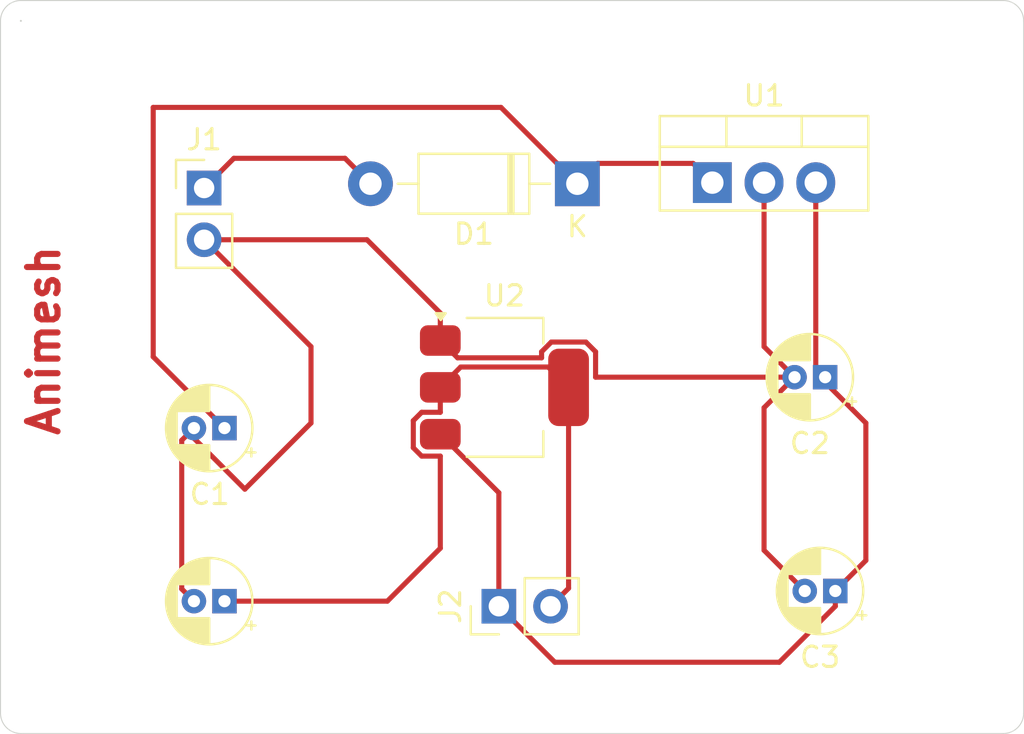
<source format=kicad_pcb>
(kicad_pcb (version 20241229) (generator "pcbnew") (generator_version "9.0")
  (layers (0 "F.Cu" signal) (2 "B.Cu" signal) (13 "F.Paste" user) (15 "B.Paste" user) (5 "F.SilkS" user "F.Silkscreen") (7 "B.SilkS" user "B.Silkscreen") (1 "F.Mask" user) (3 "B.Mask" user) (25 "Edge.Cuts" user))
  (net 0 "")
  (net 1 "D1")
  (net 2 "GND")
  (net 3 "+5V")
  (net 4 "3V3")
  (net 5 "VCC")
  (footprint "Capacitor_THT:CP_Radial_D4.0mm_P1.50mm" (layer "F.Cu") (at 156.75 64 180)
    (property "Reference" "C1" (at 0.722599 -3.25 0) (layer "F.SilkS"))
    (property "Value" "10µF")
    (fp_line (start 2.83 -0.37) (end 2.83 0.37) (stroke (width 0.12)) (layer "F.SilkS"))
    (fp_line (start 2.79 -0.537) (end 2.79 0.537) (stroke (width 0.12)) (layer "F.SilkS"))
    (fp_line (start 2.75 -0.663) (end 2.75 0.663) (stroke (width 0.12)) (layer "F.SilkS"))
    (fp_line (start 2.71 -0.768) (end 2.71 0.768) (stroke (width 0.12)) (layer "F.SilkS"))
    (fp_line (start 2.67 -0.859) (end 2.67 0.859) (stroke (width 0.12)) (layer "F.SilkS"))
    (fp_line (start 2.63 -0.94) (end 2.63 0.94) (stroke (width 0.12)) (layer "F.SilkS"))
    (fp_line (start 2.59 -1.013) (end 2.59 1.013) (stroke (width 0.12)) (layer "F.SilkS"))
    (fp_line (start 2.55 -1.08) (end 2.55 1.08) (stroke (width 0.12)) (layer "F.SilkS"))
    (fp_line (start 2.51 -1.142) (end 2.51 1.142) (stroke (width 0.12)) (layer "F.SilkS"))
    (fp_line (start 2.47 -1.199) (end 2.47 1.199) (stroke (width 0.12)) (layer "F.SilkS"))
    (fp_line (start 2.43 -1.253) (end 2.43 1.253) (stroke (width 0.12)) (layer "F.SilkS"))
    (fp_line (start 2.39 -1.303) (end 2.39 1.303) (stroke (width 0.12)) (layer "F.SilkS"))
    (fp_line (start 2.35 -1.351) (end 2.35 1.351) (stroke (width 0.12)) (layer "F.SilkS"))
    (fp_line (start 2.31 0.84) (end 2.31 1.396) (stroke (width 0.12)) (layer "F.SilkS"))
    (fp_line (start 2.31 -1.396) (end 2.31 -0.84) (stroke (width 0.12)) (layer "F.SilkS"))
    (fp_line (start 2.27 0.84) (end 2.27 1.438) (stroke (width 0.12)) (layer "F.SilkS"))
    (fp_line (start 2.27 -1.438) (end 2.27 -0.84) (stroke (width 0.12)) (layer "F.SilkS"))
    (fp_line (start 2.23 0.84) (end 2.23 1.478) (stroke (width 0.12)) (layer "F.SilkS"))
    (fp_line (start 2.23 -1.478) (end 2.23 -0.84) (stroke (width 0.12)) (layer "F.SilkS"))
    (fp_line (start 2.19 0.84) (end 2.19 1.516) (stroke (width 0.12)) (layer "F.SilkS"))
    (fp_line (start 2.19 -1.516) (end 2.19 -0.84) (stroke (width 0.12)) (layer "F.SilkS"))
    (fp_line (start 2.15 0.84) (end 2.15 1.552) (stroke (width 0.12)) (layer "F.SilkS"))
    (fp_line (start 2.15 -1.552) (end 2.15 -0.84) (stroke (width 0.12)) (layer "F.SilkS"))
    (fp_line (start 2.11 0.84) (end 2.11 1.586) (stroke (width 0.12)) (layer "F.SilkS"))
    (fp_line (start 2.11 -1.586) (end 2.11 -0.84) (stroke (width 0.12)) (layer "F.SilkS"))
    (fp_line (start 2.07 0.84) (end 2.07 1.619) (stroke (width 0.12)) (layer "F.SilkS"))
    (fp_line (start 2.07 -1.619) (end 2.07 -0.84) (stroke (width 0.12)) (layer "F.SilkS"))
    (fp_line (start 2.03 0.84) (end 2.03 1.65) (stroke (width 0.12)) (layer "F.SilkS"))
    (fp_line (start 2.03 -1.65) (end 2.03 -0.84) (stroke (width 0.12)) (layer "F.SilkS"))
    (fp_line (start 1.99 0.84) (end 1.99 1.68) (stroke (width 0.12)) (layer "F.SilkS"))
    (fp_line (start 1.99 -1.68) (end 1.99 -0.84) (stroke (width 0.12)) (layer "F.SilkS"))
    (fp_line (start 1.95 0.84) (end 1.95 1.708) (stroke (width 0.12)) (layer "F.SilkS"))
    (fp_line (start 1.95 -1.708) (end 1.95 -0.84) (stroke (width 0.12)) (layer "F.SilkS"))
    (fp_line (start 1.91 0.84) (end 1.91 1.734) (stroke (width 0.12)) (layer "F.SilkS"))
    (fp_line (start 1.91 -1.734) (end 1.91 -0.84) (stroke (width 0.12)) (layer "F.SilkS"))
    (fp_line (start 1.87 0.84) (end 1.87 1.76) (stroke (width 0.12)) (layer "F.SilkS"))
    (fp_line (start 1.87 -1.76) (end 1.87 -0.84) (stroke (width 0.12)) (layer "F.SilkS"))
    (fp_line (start 1.83 0.84) (end 1.83 1.784) (stroke (width 0.12)) (layer "F.SilkS"))
    (fp_line (start 1.83 -1.784) (end 1.83 -0.84) (stroke (width 0.12)) (layer "F.SilkS"))
    (fp_line (start 1.79 0.84) (end 1.79 1.807) (stroke (width 0.12)) (layer "F.SilkS"))
    (fp_line (start 1.79 -1.807) (end 1.79 -0.84) (stroke (width 0.12)) (layer "F.SilkS"))
    (fp_line (start 1.75 0.84) (end 1.75 1.829) (stroke (width 0.12)) (layer "F.SilkS"))
    (fp_line (start 1.75 -1.829) (end 1.75 -0.84) (stroke (width 0.12)) (layer "F.SilkS"))
    (fp_line (start 1.71 0.84) (end 1.71 1.85) (stroke (width 0.12)) (layer "F.SilkS"))
    (fp_line (start 1.71 -1.85) (end 1.71 -0.84) (stroke (width 0.12)) (layer "F.SilkS"))
    (fp_line (start 1.67 0.84) (end 1.67 1.87) (stroke (width 0.12)) (layer "F.SilkS"))
    (fp_line (start 1.67 -1.87) (end 1.67 -0.84) (stroke (width 0.12)) (layer "F.SilkS"))
    (fp_line (start 1.63 0.84) (end 1.63 1.889) (stroke (width 0.12)) (layer "F.SilkS"))
    (fp_line (start 1.63 -1.889) (end 1.63 -0.84) (stroke (width 0.12)) (layer "F.SilkS"))
    (fp_line (start 1.59 0.84) (end 1.59 1.906) (stroke (width 0.12)) (layer "F.SilkS"))
    (fp_line (start 1.59 -1.906) (end 1.59 -0.84) (stroke (width 0.12)) (layer "F.SilkS"))
    (fp_line (start 1.55 0.84) (end 1.55 1.923) (stroke (width 0.12)) (layer "F.SilkS"))
    (fp_line (start 1.55 -1.923) (end 1.55 -0.84) (stroke (width 0.12)) (layer "F.SilkS"))
    (fp_line (start 1.51 0.84) (end 1.51 1.939) (stroke (width 0.12)) (layer "F.SilkS"))
    (fp_line (start 1.51 -1.939) (end 1.51 -0.84) (stroke (width 0.12)) (layer "F.SilkS"))
    (fp_line (start 1.47 0.84) (end 1.47 1.954) (stroke (width 0.12)) (layer "F.SilkS"))
    (fp_line (start 1.47 -1.954) (end 1.47 -0.84) (stroke (width 0.12)) (layer "F.SilkS"))
    (fp_line (start 1.43 0.84) (end 1.43 1.968) (stroke (width 0.12)) (layer "F.SilkS"))
    (fp_line (start 1.43 -1.968) (end 1.43 -0.84) (stroke (width 0.12)) (layer "F.SilkS"))
    (fp_line (start 1.39 0.84) (end 1.39 1.981) (stroke (width 0.12)) (layer "F.SilkS"))
    (fp_line (start 1.39 -1.981) (end 1.39 -0.84) (stroke (width 0.12)) (layer "F.SilkS"))
    (fp_line (start 1.35 0.84) (end 1.35 1.993) (stroke (width 0.12)) (layer "F.SilkS"))
    (fp_line (start 1.35 -1.993) (end 1.35 -0.84) (stroke (width 0.12)) (layer "F.SilkS"))
    (fp_line (start 1.31 0.84) (end 1.31 2.005) (stroke (width 0.12)) (layer "F.SilkS"))
    (fp_line (start 1.31 -2.005) (end 1.31 -0.84) (stroke (width 0.12)) (layer "F.SilkS"))
    (fp_line (start 1.27 0.84) (end 1.27 2.015) (stroke (width 0.12)) (layer "F.SilkS"))
    (fp_line (start 1.27 -2.015) (end 1.27 -0.84) (stroke (width 0.12)) (layer "F.SilkS"))
    (fp_line (start 1.23 0.84) (end 1.23 2.025) (stroke (width 0.12)) (layer "F.SilkS"))
    (fp_line (start 1.23 -2.025) (end 1.23 -0.84) (stroke (width 0.12)) (layer "F.SilkS"))
    (fp_line (start 1.19 0.84) (end 1.19 2.034) (stroke (width 0.12)) (layer "F.SilkS"))
    (fp_line (start 1.19 -2.034) (end 1.19 -0.84) (stroke (width 0.12)) (layer "F.SilkS"))
    (fp_line (start 1.15 0.84) (end 1.15 2.042) (stroke (width 0.12)) (layer "F.SilkS"))
    (fp_line (start 1.15 -2.042) (end 1.15 -0.84) (stroke (width 0.12)) (layer "F.SilkS"))
    (fp_line (start 1.11 0.84) (end 1.11 2.049) (stroke (width 0.12)) (layer "F.SilkS"))
    (fp_line (start 1.11 -2.049) (end 1.11 -0.84) (stroke (width 0.12)) (layer "F.SilkS"))
    (fp_line (start 1.07 0.84) (end 1.07 2.056) (stroke (width 0.12)) (layer "F.SilkS"))
    (fp_line (start 1.07 -2.056) (end 1.07 -0.84) (stroke (width 0.12)) (layer "F.SilkS"))
    (fp_line (start 1.03 0.84) (end 1.03 2.061) (stroke (width 0.12)) (layer "F.SilkS"))
    (fp_line (start 1.03 -2.061) (end 1.03 -0.84) (stroke (width 0.12)) (layer "F.SilkS"))
    (fp_line (start 0.99 0.84) (end 0.99 2.066) (stroke (width 0.12)) (layer "F.SilkS"))
    (fp_line (start 0.99 -2.066) (end 0.99 -0.84) (stroke (width 0.12)) (layer "F.SilkS"))
    (fp_line (start 0.95 0.84) (end 0.95 2.071) (stroke (width 0.12)) (layer "F.SilkS"))
    (fp_line (start 0.95 -2.071) (end 0.95 -0.84) (stroke (width 0.12)) (layer "F.SilkS"))
    (fp_line (start 0.91 0.84) (end 0.91 2.074) (stroke (width 0.12)) (layer "F.SilkS"))
    (fp_line (start 0.91 -2.074) (end 0.91 -0.84) (stroke (width 0.12)) (layer "F.SilkS"))
    (fp_line (start 0.87 0.84) (end 0.87 2.077) (stroke (width 0.12)) (layer "F.SilkS"))
    (fp_line (start 0.87 -2.077) (end 0.87 -0.84) (stroke (width 0.12)) (layer "F.SilkS"))
    (fp_line (start 0.83 0.84) (end 0.83 2.078) (stroke (width 0.12)) (layer "F.SilkS"))
    (fp_line (start 0.83 -2.078) (end 0.83 -0.84) (stroke (width 0.12)) (layer "F.SilkS"))
    (fp_line (start 0.79 0.84) (end 0.79 2.08) (stroke (width 0.12)) (layer "F.SilkS"))
    (fp_line (start 0.79 -2.08) (end 0.79 -0.84) (stroke (width 0.12)) (layer "F.SilkS"))
    (fp_line (start 0.75 0.84) (end 0.75 2.08) (stroke (width 0.12)) (layer "F.SilkS"))
    (fp_line (start 0.75 -2.08) (end 0.75 -0.84) (stroke (width 0.12)) (layer "F.SilkS"))
    (fp_line (start -1.319801 -1.395) (end -1.319801 -0.995) (stroke (width 0.12)) (layer "F.SilkS"))
    (fp_line (start -1.519801 -1.195) (end -1.119801 -1.195) (stroke (width 0.12)) (layer "F.SilkS"))
    (fp_circle (center 0.75 0) (end 2.87 0) (stroke (width 0.12)) (fill no) (layer "F.SilkS"))
    (pad "1" thru_hole rect (at 0 0 180) (size 1.2 1.2) (drill 0.6) (layers "*.Cu" "*.Mask") (net 1 "D1"))
    (pad "2" thru_hole circle (at 1.5 0 180) (size 1.2 1.2) (drill 0.6) (layers "*.Cu" "*.Mask") (net 2 "GND"))
  )
  (footprint "Connector_PinHeader_2.54mm:PinHeader_1x02_P2.54mm_Vertical" (layer "F.Cu") (at 170.225 72.75 90)
    (property "Reference" "J2" (at 0 -2.38 90) (layer "F.SilkS"))
    (property "Value" "Conn_01x02")
    (fp_line (start -1.38 -1.38) (end 0 -1.38) (stroke (width 0.12)) (layer "F.SilkS"))
    (fp_line (start -1.38 0) (end -1.38 -1.38) (stroke (width 0.12)) (layer "F.SilkS"))
    (fp_line (start 1.38 1.27) (end 1.38 3.92) (stroke (width 0.12)) (layer "F.SilkS"))
    (fp_line (start -1.38 1.27) (end 1.38 1.27) (stroke (width 0.12)) (layer "F.SilkS"))
    (fp_line (start -1.38 1.27) (end -1.38 3.92) (stroke (width 0.12)) (layer "F.SilkS"))
    (fp_line (start -1.38 3.92) (end 1.38 3.92) (stroke (width 0.12)) (layer "F.SilkS"))
    (pad "1" thru_hole rect (at 0 0 90) (size 1.7 1.7) (drill 1) (layers "*.Cu" "*.Mask") (net 3 "+5V"))
    (pad "2" thru_hole circle (at 0 2.54 90) (size 1.7 1.7) (drill 1) (layers "*.Cu" "*.Mask") (net 4 "3V3"))
  )
  (footprint "MountingHole:MountingHole_3.2mm_M3" (layer "F.Cu") (at 150.25 75)
    (property "Reference" "REF**" (hide yes))
    (property "Value" "MountingHole_3.2mm_M3" (hide yes))
    (pad "" np_thru_hole circle (at 0 0) (size 3.2 3.2) (drill 3.2) (layers "*.Cu" "*.Mask"))
  )
  (footprint "Diode_THT:D_DO-41_SOD81_P10.16mm_Horizontal" (layer "F.Cu") (at 174.08 52 180)
    (property "Reference" "D1" (at 5.08 -2.47 0) (layer "F.SilkS"))
    (property "Value" "1N4007")
    (fp_line (start 8.82 0) (end 7.8 0) (stroke (width 0.12)) (layer "F.SilkS"))
    (fp_line (start 7.8 1.47) (end 7.8 -1.47) (stroke (width 0.12)) (layer "F.SilkS"))
    (fp_line (start 7.8 -1.47) (end 2.36 -1.47) (stroke (width 0.12)) (layer "F.SilkS"))
    (fp_line (start 3.38 -1.47) (end 3.38 1.47) (stroke (width 0.12)) (layer "F.SilkS"))
    (fp_line (start 3.26 -1.47) (end 3.26 1.47) (stroke (width 0.12)) (layer "F.SilkS"))
    (fp_line (start 3.14 -1.47) (end 3.14 1.47) (stroke (width 0.12)) (layer "F.SilkS"))
    (fp_line (start 2.36 1.47) (end 7.8 1.47) (stroke (width 0.12)) (layer "F.SilkS"))
    (fp_line (start 2.36 -1.47) (end 2.36 1.47) (stroke (width 0.12)) (layer "F.SilkS"))
    (fp_line (start 1.34 0) (end 2.36 0) (stroke (width 0.12)) (layer "F.SilkS"))
    (fp_text user "K" (at 0 -2.1 0) (layer "F.SilkS"))
    (pad "1" thru_hole rect (at 0 0 180) (size 2.2 2.2) (drill 1.1) (layers "*.Cu" "*.Mask") (net 1 "D1"))
    (pad "2" thru_hole oval (at 10.16 0 180) (size 2.2 2.2) (drill 1.1) (layers "*.Cu" "*.Mask") (net 5 "VCC"))
  )
  (footprint "MountingHole:MountingHole_3.2mm_M3" (layer "F.Cu") (at 149.75 47)
    (property "Reference" "REF**" (hide yes))
    (property "Value" "MountingHole_3.2mm_M3" (hide yes))
    (pad "" np_thru_hole circle (at 0 0) (size 3.2 3.2) (drill 3.2) (layers "*.Cu" "*.Mask"))
  )
  (footprint "MountingHole:MountingHole_3.2mm_M3" (layer "F.Cu") (at 192 47)
    (property "Reference" "REF**" (hide yes))
    (property "Value" "MountingHole_3.2mm_M3" (hide yes))
    (pad "" np_thru_hole circle (at 0 0) (size 3.2 3.2) (drill 3.2) (layers "*.Cu" "*.Mask"))
  )
  (footprint "Capacitor_THT:CP_Radial_D4.0mm_P1.50mm" (layer "F.Cu") (at 186.25 61.5 180)
    (property "Reference" "C2" (at 0.75 -3.25 0) (layer "F.SilkS"))
    (property "Value" "10µF")
    (fp_line (start 2.83 -0.37) (end 2.83 0.37) (stroke (width 0.12)) (layer "F.SilkS"))
    (fp_line (start 2.79 -0.537) (end 2.79 0.537) (stroke (width 0.12)) (layer "F.SilkS"))
    (fp_line (start 2.75 -0.663) (end 2.75 0.663) (stroke (width 0.12)) (layer "F.SilkS"))
    (fp_line (start 2.71 -0.768) (end 2.71 0.768) (stroke (width 0.12)) (layer "F.SilkS"))
    (fp_line (start 2.67 -0.859) (end 2.67 0.859) (stroke (width 0.12)) (layer "F.SilkS"))
    (fp_line (start 2.63 -0.94) (end 2.63 0.94) (stroke (width 0.12)) (layer "F.SilkS"))
    (fp_line (start 2.59 -1.013) (end 2.59 1.013) (stroke (width 0.12)) (layer "F.SilkS"))
    (fp_line (start 2.55 -1.08) (end 2.55 1.08) (stroke (width 0.12)) (layer "F.SilkS"))
    (fp_line (start 2.51 -1.142) (end 2.51 1.142) (stroke (width 0.12)) (layer "F.SilkS"))
    (fp_line (start 2.47 -1.199) (end 2.47 1.199) (stroke (width 0.12)) (layer "F.SilkS"))
    (fp_line (start 2.43 -1.253) (end 2.43 1.253) (stroke (width 0.12)) (layer "F.SilkS"))
    (fp_line (start 2.39 -1.303) (end 2.39 1.303) (stroke (width 0.12)) (layer "F.SilkS"))
    (fp_line (start 2.35 -1.351) (end 2.35 1.351) (stroke (width 0.12)) (layer "F.SilkS"))
    (fp_line (start 2.31 0.84) (end 2.31 1.396) (stroke (width 0.12)) (layer "F.SilkS"))
    (fp_line (start 2.31 -1.396) (end 2.31 -0.84) (stroke (width 0.12)) (layer "F.SilkS"))
    (fp_line (start 2.27 0.84) (end 2.27 1.438) (stroke (width 0.12)) (layer "F.SilkS"))
    (fp_line (start 2.27 -1.438) (end 2.27 -0.84) (stroke (width 0.12)) (layer "F.SilkS"))
    (fp_line (start 2.23 0.84) (end 2.23 1.478) (stroke (width 0.12)) (layer "F.SilkS"))
    (fp_line (start 2.23 -1.478) (end 2.23 -0.84) (stroke (width 0.12)) (layer "F.SilkS"))
    (fp_line (start 2.19 0.84) (end 2.19 1.516) (stroke (width 0.12)) (layer "F.SilkS"))
    (fp_line (start 2.19 -1.516) (end 2.19 -0.84) (stroke (width 0.12)) (layer "F.SilkS"))
    (fp_line (start 2.15 0.84) (end 2.15 1.552) (stroke (width 0.12)) (layer "F.SilkS"))
    (fp_line (start 2.15 -1.552) (end 2.15 -0.84) (stroke (width 0.12)) (layer "F.SilkS"))
    (fp_line (start 2.11 0.84) (end 2.11 1.586) (stroke (width 0.12)) (layer "F.SilkS"))
    (fp_line (start 2.11 -1.586) (end 2.11 -0.84) (stroke (width 0.12)) (layer "F.SilkS"))
    (fp_line (start 2.07 0.84) (end 2.07 1.619) (stroke (width 0.12)) (layer "F.SilkS"))
    (fp_line (start 2.07 -1.619) (end 2.07 -0.84) (stroke (width 0.12)) (layer "F.SilkS"))
    (fp_line (start 2.03 0.84) (end 2.03 1.65) (stroke (width 0.12)) (layer "F.SilkS"))
    (fp_line (start 2.03 -1.65) (end 2.03 -0.84) (stroke (width 0.12)) (layer "F.SilkS"))
    (fp_line (start 1.99 0.84) (end 1.99 1.68) (stroke (width 0.12)) (layer "F.SilkS"))
    (fp_line (start 1.99 -1.68) (end 1.99 -0.84) (stroke (width 0.12)) (layer "F.SilkS"))
    (fp_line (start 1.95 0.84) (end 1.95 1.708) (stroke (width 0.12)) (layer "F.SilkS"))
    (fp_line (start 1.95 -1.708) (end 1.95 -0.84) (stroke (width 0.12)) (layer "F.SilkS"))
    (fp_line (start 1.91 0.84) (end 1.91 1.734) (stroke (width 0.12)) (layer "F.SilkS"))
    (fp_line (start 1.91 -1.734) (end 1.91 -0.84) (stroke (width 0.12)) (layer "F.SilkS"))
    (fp_line (start 1.87 0.84) (end 1.87 1.76) (stroke (width 0.12)) (layer "F.SilkS"))
    (fp_line (start 1.87 -1.76) (end 1.87 -0.84) (stroke (width 0.12)) (layer "F.SilkS"))
    (fp_line (start 1.83 0.84) (end 1.83 1.784) (stroke (width 0.12)) (layer "F.SilkS"))
    (fp_line (start 1.83 -1.784) (end 1.83 -0.84) (stroke (width 0.12)) (layer "F.SilkS"))
    (fp_line (start 1.79 0.84) (end 1.79 1.807) (stroke (width 0.12)) (layer "F.SilkS"))
    (fp_line (start 1.79 -1.807) (end 1.79 -0.84) (stroke (width 0.12)) (layer "F.SilkS"))
    (fp_line (start 1.75 0.84) (end 1.75 1.829) (stroke (width 0.12)) (layer "F.SilkS"))
    (fp_line (start 1.75 -1.829) (end 1.75 -0.84) (stroke (width 0.12)) (layer "F.SilkS"))
    (fp_line (start 1.71 0.84) (end 1.71 1.85) (stroke (width 0.12)) (layer "F.SilkS"))
    (fp_line (start 1.71 -1.85) (end 1.71 -0.84) (stroke (width 0.12)) (layer "F.SilkS"))
    (fp_line (start 1.67 0.84) (end 1.67 1.87) (stroke (width 0.12)) (layer "F.SilkS"))
    (fp_line (start 1.67 -1.87) (end 1.67 -0.84) (stroke (width 0.12)) (layer "F.SilkS"))
    (fp_line (start 1.63 0.84) (end 1.63 1.889) (stroke (width 0.12)) (layer "F.SilkS"))
    (fp_line (start 1.63 -1.889) (end 1.63 -0.84) (stroke (width 0.12)) (layer "F.SilkS"))
    (fp_line (start 1.59 0.84) (end 1.59 1.906) (stroke (width 0.12)) (layer "F.SilkS"))
    (fp_line (start 1.59 -1.906) (end 1.59 -0.84) (stroke (width 0.12)) (layer "F.SilkS"))
    (fp_line (start 1.55 0.84) (end 1.55 1.923) (stroke (width 0.12)) (layer "F.SilkS"))
    (fp_line (start 1.55 -1.923) (end 1.55 -0.84) (stroke (width 0.12)) (layer "F.SilkS"))
    (fp_line (start 1.51 0.84) (end 1.51 1.939) (stroke (width 0.12)) (layer "F.SilkS"))
    (fp_line (start 1.51 -1.939) (end 1.51 -0.84) (stroke (width 0.12)) (layer "F.SilkS"))
    (fp_line (start 1.47 0.84) (end 1.47 1.954) (stroke (width 0.12)) (layer "F.SilkS"))
    (fp_line (start 1.47 -1.954) (end 1.47 -0.84) (stroke (width 0.12)) (layer "F.SilkS"))
    (fp_line (start 1.43 0.84) (end 1.43 1.968) (stroke (width 0.12)) (layer "F.SilkS"))
    (fp_line (start 1.43 -1.968) (end 1.43 -0.84) (stroke (width 0.12)) (layer "F.SilkS"))
    (fp_line (start 1.39 0.84) (end 1.39 1.981) (stroke (width 0.12)) (layer "F.SilkS"))
    (fp_line (start 1.39 -1.981) (end 1.39 -0.84) (stroke (width 0.12)) (layer "F.SilkS"))
    (fp_line (start 1.35 0.84) (end 1.35 1.993) (stroke (width 0.12)) (layer "F.SilkS"))
    (fp_line (start 1.35 -1.993) (end 1.35 -0.84) (stroke (width 0.12)) (layer "F.SilkS"))
    (fp_line (start 1.31 0.84) (end 1.31 2.005) (stroke (width 0.12)) (layer "F.SilkS"))
    (fp_line (start 1.31 -2.005) (end 1.31 -0.84) (stroke (width 0.12)) (layer "F.SilkS"))
    (fp_line (start 1.27 0.84) (end 1.27 2.015) (stroke (width 0.12)) (layer "F.SilkS"))
    (fp_line (start 1.27 -2.015) (end 1.27 -0.84) (stroke (width 0.12)) (layer "F.SilkS"))
    (fp_line (start 1.23 0.84) (end 1.23 2.025) (stroke (width 0.12)) (layer "F.SilkS"))
    (fp_line (start 1.23 -2.025) (end 1.23 -0.84) (stroke (width 0.12)) (layer "F.SilkS"))
    (fp_line (start 1.19 0.84) (end 1.19 2.034) (stroke (width 0.12)) (layer "F.SilkS"))
    (fp_line (start 1.19 -2.034) (end 1.19 -0.84) (stroke (width 0.12)) (layer "F.SilkS"))
    (fp_line (start 1.15 0.84) (end 1.15 2.042) (stroke (width 0.12)) (layer "F.SilkS"))
    (fp_line (start 1.15 -2.042) (end 1.15 -0.84) (stroke (width 0.12)) (layer "F.SilkS"))
    (fp_line (start 1.11 0.84) (end 1.11 2.049) (stroke (width 0.12)) (layer "F.SilkS"))
    (fp_line (start 1.11 -2.049) (end 1.11 -0.84) (stroke (width 0.12)) (layer "F.SilkS"))
    (fp_line (start 1.07 0.84) (end 1.07 2.056) (stroke (width 0.12)) (layer "F.SilkS"))
    (fp_line (start 1.07 -2.056) (end 1.07 -0.84) (stroke (width 0.12)) (layer "F.SilkS"))
    (fp_line (start 1.03 0.84) (end 1.03 2.061) (stroke (width 0.12)) (layer "F.SilkS"))
    (fp_line (start 1.03 -2.061) (end 1.03 -0.84) (stroke (width 0.12)) (layer "F.SilkS"))
    (fp_line (start 0.99 0.84) (end 0.99 2.066) (stroke (width 0.12)) (layer "F.SilkS"))
    (fp_line (start 0.99 -2.066) (end 0.99 -0.84) (stroke (width 0.12)) (layer "F.SilkS"))
    (fp_line (start 0.95 0.84) (end 0.95 2.071) (stroke (width 0.12)) (layer "F.SilkS"))
    (fp_line (start 0.95 -2.071) (end 0.95 -0.84) (stroke (width 0.12)) (layer "F.SilkS"))
    (fp_line (start 0.91 0.84) (end 0.91 2.074) (stroke (width 0.12)) (layer "F.SilkS"))
    (fp_line (start 0.91 -2.074) (end 0.91 -0.84) (stroke (width 0.12)) (layer "F.SilkS"))
    (fp_line (start 0.87 0.84) (end 0.87 2.077) (stroke (width 0.12)) (layer "F.SilkS"))
    (fp_line (start 0.87 -2.077) (end 0.87 -0.84) (stroke (width 0.12)) (layer "F.SilkS"))
    (fp_line (start 0.83 0.84) (end 0.83 2.078) (stroke (width 0.12)) (layer "F.SilkS"))
    (fp_line (start 0.83 -2.078) (end 0.83 -0.84) (stroke (width 0.12)) (layer "F.SilkS"))
    (fp_line (start 0.79 0.84) (end 0.79 2.08) (stroke (width 0.12)) (layer "F.SilkS"))
    (fp_line (start 0.79 -2.08) (end 0.79 -0.84) (stroke (width 0.12)) (layer "F.SilkS"))
    (fp_line (start 0.75 0.84) (end 0.75 2.08) (stroke (width 0.12)) (layer "F.SilkS"))
    (fp_line (start 0.75 -2.08) (end 0.75 -0.84) (stroke (width 0.12)) (layer "F.SilkS"))
    (fp_line (start -1.319801 -1.395) (end -1.319801 -0.995) (stroke (width 0.12)) (layer "F.SilkS"))
    (fp_line (start -1.519801 -1.195) (end -1.119801 -1.195) (stroke (width 0.12)) (layer "F.SilkS"))
    (fp_circle (center 0.75 0) (end 2.87 0) (stroke (width 0.12)) (fill no) (layer "F.SilkS"))
    (pad "1" thru_hole rect (at 0 0 180) (size 1.2 1.2) (drill 0.6) (layers "*.Cu" "*.Mask") (net 3 "+5V"))
    (pad "2" thru_hole circle (at 1.5 0 180) (size 1.2 1.2) (drill 0.6) (layers "*.Cu" "*.Mask") (net 2 "GND"))
  )
  (footprint "MountingHole:MountingHole_3.2mm_M3" (layer "F.Cu") (at 192 75)
    (property "Reference" "REF**" (hide yes))
    (property "Value" "MountingHole_3.2mm_M3" (hide yes))
    (pad "" np_thru_hole circle (at 0 0) (size 3.2 3.2) (drill 3.2) (layers "*.Cu" "*.Mask"))
  )
  (footprint "Connector_PinHeader_2.54mm:PinHeader_1x02_P2.54mm_Vertical" (layer "F.Cu") (at 155.75 52.21)
    (property "Reference" "J1" (at 0 -2.38 0) (layer "F.SilkS"))
    (property "Value" "Conn_01x02")
    (fp_line (start -1.38 -1.38) (end 0 -1.38) (stroke (width 0.12)) (layer "F.SilkS"))
    (fp_line (start -1.38 0) (end -1.38 -1.38) (stroke (width 0.12)) (layer "F.SilkS"))
    (fp_line (start -1.38 1.27) (end -1.38 3.92) (stroke (width 0.12)) (layer "F.SilkS"))
    (fp_line (start -1.38 1.27) (end 1.38 1.27) (stroke (width 0.12)) (layer "F.SilkS"))
    (fp_line (start -1.38 3.92) (end 1.38 3.92) (stroke (width 0.12)) (layer "F.SilkS"))
    (fp_line (start 1.38 1.27) (end 1.38 3.92) (stroke (width 0.12)) (layer "F.SilkS"))
    (pad "1" thru_hole rect (at 0 0) (size 1.7 1.7) (drill 1) (layers "*.Cu" "*.Mask") (net 5 "VCC"))
    (pad "2" thru_hole circle (at 0 2.54) (size 1.7 1.7) (drill 1) (layers "*.Cu" "*.Mask") (net 2 "GND"))
  )
  (footprint "Package_TO_SOT_SMD:SOT-223-3_TabPin2" (layer "F.Cu") (at 170.5 62)
    (property "Reference" "U2" (at 0 -4.5 0) (layer "F.SilkS"))
    (property "Value" "AMS1117-3.3")
    (fp_line (start -1.85 -3.41) (end 1.91 -3.41) (stroke (width 0.12)) (layer "F.SilkS"))
    (fp_line (start -1.85 3.41) (end 1.91 3.41) (stroke (width 0.12)) (layer "F.SilkS"))
    (fp_line (start 1.91 -3.41) (end 1.91 -2.15) (stroke (width 0.12)) (layer "F.SilkS"))
    (fp_line (start 1.91 3.41) (end 1.91 2.15) (stroke (width 0.12)) (layer "F.SilkS"))
    (fp_poly (pts (xy -3.13 -3.31) (xy -3.37 -3.64) (xy -2.89 -3.64) (xy -3.13 -3.31)) (stroke (width 0.12)) (fill yes) (layer "F.SilkS"))
    (pad "1" smd roundrect (at -3.15 -2.3) (size 2 1.5) (layers "F.Cu" "F.Mask" "F.Paste") (net 2 "GND"))
    (pad "2" smd roundrect (at -3.15 0) (size 2 1.5) (layers "F.Cu" "F.Mask" "F.Paste") (net 4 "3V3"))
    (pad "2" smd roundrect (at 3.15 0) (size 2 3.8) (layers "F.Cu" "F.Mask" "F.Paste") (net 4 "3V3"))
    (pad "3" smd roundrect (at -3.15 2.3) (size 2 1.5) (layers "F.Cu" "F.Mask" "F.Paste") (net 3 "+5V"))
  )
  (footprint "Capacitor_THT:CP_Radial_D4.0mm_P1.50mm" (layer "F.Cu") (at 156.75 72.5 180)
    (property "Reference" "C4" (hide yes))
    (property "Value" "10µF")
    (fp_line (start 2.83 -0.37) (end 2.83 0.37) (stroke (width 0.12)) (layer "F.SilkS"))
    (fp_line (start 2.79 -0.537) (end 2.79 0.537) (stroke (width 0.12)) (layer "F.SilkS"))
    (fp_line (start 2.75 -0.663) (end 2.75 0.663) (stroke (width 0.12)) (layer "F.SilkS"))
    (fp_line (start 2.71 -0.768) (end 2.71 0.768) (stroke (width 0.12)) (layer "F.SilkS"))
    (fp_line (start 2.67 -0.859) (end 2.67 0.859) (stroke (width 0.12)) (layer "F.SilkS"))
    (fp_line (start 2.63 -0.94) (end 2.63 0.94) (stroke (width 0.12)) (layer "F.SilkS"))
    (fp_line (start 2.59 -1.013) (end 2.59 1.013) (stroke (width 0.12)) (layer "F.SilkS"))
    (fp_line (start 2.55 -1.08) (end 2.55 1.08) (stroke (width 0.12)) (layer "F.SilkS"))
    (fp_line (start 2.51 -1.142) (end 2.51 1.142) (stroke (width 0.12)) (layer "F.SilkS"))
    (fp_line (start 2.47 -1.199) (end 2.47 1.199) (stroke (width 0.12)) (layer "F.SilkS"))
    (fp_line (start 2.43 -1.253) (end 2.43 1.253) (stroke (width 0.12)) (layer "F.SilkS"))
    (fp_line (start 2.39 -1.303) (end 2.39 1.303) (stroke (width 0.12)) (layer "F.SilkS"))
    (fp_line (start 2.35 -1.351) (end 2.35 1.351) (stroke (width 0.12)) (layer "F.SilkS"))
    (fp_line (start 2.31 0.84) (end 2.31 1.396) (stroke (width 0.12)) (layer "F.SilkS"))
    (fp_line (start 2.31 -1.396) (end 2.31 -0.84) (stroke (width 0.12)) (layer "F.SilkS"))
    (fp_line (start 2.27 0.84) (end 2.27 1.438) (stroke (width 0.12)) (layer "F.SilkS"))
    (fp_line (start 2.27 -1.438) (end 2.27 -0.84) (stroke (width 0.12)) (layer "F.SilkS"))
    (fp_line (start 2.23 0.84) (end 2.23 1.478) (stroke (width 0.12)) (layer "F.SilkS"))
    (fp_line (start 2.23 -1.478) (end 2.23 -0.84) (stroke (width 0.12)) (layer "F.SilkS"))
    (fp_line (start 2.19 0.84) (end 2.19 1.516) (stroke (width 0.12)) (layer "F.SilkS"))
    (fp_line (start 2.19 -1.516) (end 2.19 -0.84) (stroke (width 0.12)) (layer "F.SilkS"))
    (fp_line (start 2.15 0.84) (end 2.15 1.552) (stroke (width 0.12)) (layer "F.SilkS"))
    (fp_line (start 2.15 -1.552) (end 2.15 -0.84) (stroke (width 0.12)) (layer "F.SilkS"))
    (fp_line (start 2.11 0.84) (end 2.11 1.586) (stroke (width 0.12)) (layer "F.SilkS"))
    (fp_line (start 2.11 -1.586) (end 2.11 -0.84) (stroke (width 0.12)) (layer "F.SilkS"))
    (fp_line (start 2.07 0.84) (end 2.07 1.619) (stroke (width 0.12)) (layer "F.SilkS"))
    (fp_line (start 2.07 -1.619) (end 2.07 -0.84) (stroke (width 0.12)) (layer "F.SilkS"))
    (fp_line (start 2.03 0.84) (end 2.03 1.65) (stroke (width 0.12)) (layer "F.SilkS"))
    (fp_line (start 2.03 -1.65) (end 2.03 -0.84) (stroke (width 0.12)) (layer "F.SilkS"))
    (fp_line (start 1.99 0.84) (end 1.99 1.68) (stroke (width 0.12)) (layer "F.SilkS"))
    (fp_line (start 1.99 -1.68) (end 1.99 -0.84) (stroke (width 0.12)) (layer "F.SilkS"))
    (fp_line (start 1.95 0.84) (end 1.95 1.708) (stroke (width 0.12)) (layer "F.SilkS"))
    (fp_line (start 1.95 -1.708) (end 1.95 -0.84) (stroke (width 0.12)) (layer "F.SilkS"))
    (fp_line (start 1.91 0.84) (end 1.91 1.734) (stroke (width 0.12)) (layer "F.SilkS"))
    (fp_line (start 1.91 -1.734) (end 1.91 -0.84) (stroke (width 0.12)) (layer "F.SilkS"))
    (fp_line (start 1.87 0.84) (end 1.87 1.76) (stroke (width 0.12)) (layer "F.SilkS"))
    (fp_line (start 1.87 -1.76) (end 1.87 -0.84) (stroke (width 0.12)) (layer "F.SilkS"))
    (fp_line (start 1.83 0.84) (end 1.83 1.784) (stroke (width 0.12)) (layer "F.SilkS"))
    (fp_line (start 1.83 -1.784) (end 1.83 -0.84) (stroke (width 0.12)) (layer "F.SilkS"))
    (fp_line (start 1.79 0.84) (end 1.79 1.807) (stroke (width 0.12)) (layer "F.SilkS"))
    (fp_line (start 1.79 -1.807) (end 1.79 -0.84) (stroke (width 0.12)) (layer "F.SilkS"))
    (fp_line (start 1.75 0.84) (end 1.75 1.829) (stroke (width 0.12)) (layer "F.SilkS"))
    (fp_line (start 1.75 -1.829) (end 1.75 -0.84) (stroke (width 0.12)) (layer "F.SilkS"))
    (fp_line (start 1.71 0.84) (end 1.71 1.85) (stroke (width 0.12)) (layer "F.SilkS"))
    (fp_line (start 1.71 -1.85) (end 1.71 -0.84) (stroke (width 0.12)) (layer "F.SilkS"))
    (fp_line (start 1.67 0.84) (end 1.67 1.87) (stroke (width 0.12)) (layer "F.SilkS"))
    (fp_line (start 1.67 -1.87) (end 1.67 -0.84) (stroke (width 0.12)) (layer "F.SilkS"))
    (fp_line (start 1.63 0.84) (end 1.63 1.889) (stroke (width 0.12)) (layer "F.SilkS"))
    (fp_line (start 1.63 -1.889) (end 1.63 -0.84) (stroke (width 0.12)) (layer "F.SilkS"))
    (fp_line (start 1.59 0.84) (end 1.59 1.906) (stroke (width 0.12)) (layer "F.SilkS"))
    (fp_line (start 1.59 -1.906) (end 1.59 -0.84) (stroke (width 0.12)) (layer "F.SilkS"))
    (fp_line (start 1.55 0.84) (end 1.55 1.923) (stroke (width 0.12)) (layer "F.SilkS"))
    (fp_line (start 1.55 -1.923) (end 1.55 -0.84) (stroke (width 0.12)) (layer "F.SilkS"))
    (fp_line (start 1.51 0.84) (end 1.51 1.939) (stroke (width 0.12)) (layer "F.SilkS"))
    (fp_line (start 1.51 -1.939) (end 1.51 -0.84) (stroke (width 0.12)) (layer "F.SilkS"))
    (fp_line (start 1.47 0.84) (end 1.47 1.954) (stroke (width 0.12)) (layer "F.SilkS"))
    (fp_line (start 1.47 -1.954) (end 1.47 -0.84) (stroke (width 0.12)) (layer "F.SilkS"))
    (fp_line (start 1.43 0.84) (end 1.43 1.968) (stroke (width 0.12)) (layer "F.SilkS"))
    (fp_line (start 1.43 -1.968) (end 1.43 -0.84) (stroke (width 0.12)) (layer "F.SilkS"))
    (fp_line (start 1.39 0.84) (end 1.39 1.981) (stroke (width 0.12)) (layer "F.SilkS"))
    (fp_line (start 1.39 -1.981) (end 1.39 -0.84) (stroke (width 0.12)) (layer "F.SilkS"))
    (fp_line (start 1.35 0.84) (end 1.35 1.993) (stroke (width 0.12)) (layer "F.SilkS"))
    (fp_line (start 1.35 -1.993) (end 1.35 -0.84) (stroke (width 0.12)) (layer "F.SilkS"))
    (fp_line (start 1.31 0.84) (end 1.31 2.005) (stroke (width 0.12)) (layer "F.SilkS"))
    (fp_line (start 1.31 -2.005) (end 1.31 -0.84) (stroke (width 0.12)) (layer "F.SilkS"))
    (fp_line (start 1.27 0.84) (end 1.27 2.015) (stroke (width 0.12)) (layer "F.SilkS"))
    (fp_line (start 1.27 -2.015) (end 1.27 -0.84) (stroke (width 0.12)) (layer "F.SilkS"))
    (fp_line (start 1.23 0.84) (end 1.23 2.025) (stroke (width 0.12)) (layer "F.SilkS"))
    (fp_line (start 1.23 -2.025) (end 1.23 -0.84) (stroke (width 0.12)) (layer "F.SilkS"))
    (fp_line (start 1.19 0.84) (end 1.19 2.034) (stroke (width 0.12)) (layer "F.SilkS"))
    (fp_line (start 1.19 -2.034) (end 1.19 -0.84) (stroke (width 0.12)) (layer "F.SilkS"))
    (fp_line (start 1.15 0.84) (end 1.15 2.042) (stroke (width 0.12)) (layer "F.SilkS"))
    (fp_line (start 1.15 -2.042) (end 1.15 -0.84) (stroke (width 0.12)) (layer "F.SilkS"))
    (fp_line (start 1.11 0.84) (end 1.11 2.049) (stroke (width 0.12)) (layer "F.SilkS"))
    (fp_line (start 1.11 -2.049) (end 1.11 -0.84) (stroke (width 0.12)) (layer "F.SilkS"))
    (fp_line (start 1.07 0.84) (end 1.07 2.056) (stroke (width 0.12)) (layer "F.SilkS"))
    (fp_line (start 1.07 -2.056) (end 1.07 -0.84) (stroke (width 0.12)) (layer "F.SilkS"))
    (fp_line (start 1.03 0.84) (end 1.03 2.061) (stroke (width 0.12)) (layer "F.SilkS"))
    (fp_line (start 1.03 -2.061) (end 1.03 -0.84) (stroke (width 0.12)) (layer "F.SilkS"))
    (fp_line (start 0.99 0.84) (end 0.99 2.066) (stroke (width 0.12)) (layer "F.SilkS"))
    (fp_line (start 0.99 -2.066) (end 0.99 -0.84) (stroke (width 0.12)) (layer "F.SilkS"))
    (fp_line (start 0.95 0.84) (end 0.95 2.071) (stroke (width 0.12)) (layer "F.SilkS"))
    (fp_line (start 0.95 -2.071) (end 0.95 -0.84) (stroke (width 0.12)) (layer "F.SilkS"))
    (fp_line (start 0.91 0.84) (end 0.91 2.074) (stroke (width 0.12)) (layer "F.SilkS"))
    (fp_line (start 0.91 -2.074) (end 0.91 -0.84) (stroke (width 0.12)) (layer "F.SilkS"))
    (fp_line (start 0.87 0.84) (end 0.87 2.077) (stroke (width 0.12)) (layer "F.SilkS"))
    (fp_line (start 0.87 -2.077) (end 0.87 -0.84) (stroke (width 0.12)) (layer "F.SilkS"))
    (fp_line (start 0.83 0.84) (end 0.83 2.078) (stroke (width 0.12)) (layer "F.SilkS"))
    (fp_line (start 0.83 -2.078) (end 0.83 -0.84) (stroke (width 0.12)) (layer "F.SilkS"))
    (fp_line (start 0.79 0.84) (end 0.79 2.08) (stroke (width 0.12)) (layer "F.SilkS"))
    (fp_line (start 0.79 -2.08) (end 0.79 -0.84) (stroke (width 0.12)) (layer "F.SilkS"))
    (fp_line (start 0.75 0.84) (end 0.75 2.08) (stroke (width 0.12)) (layer "F.SilkS"))
    (fp_line (start 0.75 -2.08) (end 0.75 -0.84) (stroke (width 0.12)) (layer "F.SilkS"))
    (fp_line (start -1.319801 -1.395) (end -1.319801 -0.995) (stroke (width 0.12)) (layer "F.SilkS"))
    (fp_line (start -1.519801 -1.195) (end -1.119801 -1.195) (stroke (width 0.12)) (layer "F.SilkS"))
    (fp_circle (center 0.75 0) (end 2.87 0) (stroke (width 0.12)) (fill no) (layer "F.SilkS"))
    (pad "1" thru_hole rect (at 0 0 180) (size 1.2 1.2) (drill 0.6) (layers "*.Cu" "*.Mask") (net 4 "3V3"))
    (pad "2" thru_hole circle (at 1.5 0 180) (size 1.2 1.2) (drill 0.6) (layers "*.Cu" "*.Mask") (net 2 "GND"))
  )
  (footprint "Capacitor_THT:CP_Radial_D4.0mm_P1.50mm" (layer "F.Cu") (at 186.75 72 180)
    (property "Reference" "C3" (at 0.75 -3.25 0) (layer "F.SilkS"))
    (property "Value" "10µF")
    (fp_line (start 2.83 -0.37) (end 2.83 0.37) (stroke (width 0.12)) (layer "F.SilkS"))
    (fp_line (start 2.79 -0.537) (end 2.79 0.537) (stroke (width 0.12)) (layer "F.SilkS"))
    (fp_line (start 2.75 -0.663) (end 2.75 0.663) (stroke (width 0.12)) (layer "F.SilkS"))
    (fp_line (start 2.71 -0.768) (end 2.71 0.768) (stroke (width 0.12)) (layer "F.SilkS"))
    (fp_line (start 2.67 -0.859) (end 2.67 0.859) (stroke (width 0.12)) (layer "F.SilkS"))
    (fp_line (start 2.63 -0.94) (end 2.63 0.94) (stroke (width 0.12)) (layer "F.SilkS"))
    (fp_line (start 2.59 -1.013) (end 2.59 1.013) (stroke (width 0.12)) (layer "F.SilkS"))
    (fp_line (start 2.55 -1.08) (end 2.55 1.08) (stroke (width 0.12)) (layer "F.SilkS"))
    (fp_line (start 2.51 -1.142) (end 2.51 1.142) (stroke (width 0.12)) (layer "F.SilkS"))
    (fp_line (start 2.47 -1.199) (end 2.47 1.199) (stroke (width 0.12)) (layer "F.SilkS"))
    (fp_line (start 2.43 -1.253) (end 2.43 1.253) (stroke (width 0.12)) (layer "F.SilkS"))
    (fp_line (start 2.39 -1.303) (end 2.39 1.303) (stroke (width 0.12)) (layer "F.SilkS"))
    (fp_line (start 2.35 -1.351) (end 2.35 1.351) (stroke (width 0.12)) (layer "F.SilkS"))
    (fp_line (start 2.31 0.84) (end 2.31 1.396) (stroke (width 0.12)) (layer "F.SilkS"))
    (fp_line (start 2.31 -1.396) (end 2.31 -0.84) (stroke (width 0.12)) (layer "F.SilkS"))
    (fp_line (start 2.27 0.84) (end 2.27 1.438) (stroke (width 0.12)) (layer "F.SilkS"))
    (fp_line (start 2.27 -1.438) (end 2.27 -0.84) (stroke (width 0.12)) (layer "F.SilkS"))
    (fp_line (start 2.23 0.84) (end 2.23 1.478) (stroke (width 0.12)) (layer "F.SilkS"))
    (fp_line (start 2.23 -1.478) (end 2.23 -0.84) (stroke (width 0.12)) (layer "F.SilkS"))
    (fp_line (start 2.19 0.84) (end 2.19 1.516) (stroke (width 0.12)) (layer "F.SilkS"))
    (fp_line (start 2.19 -1.516) (end 2.19 -0.84) (stroke (width 0.12)) (layer "F.SilkS"))
    (fp_line (start 2.15 0.84) (end 2.15 1.552) (stroke (width 0.12)) (layer "F.SilkS"))
    (fp_line (start 2.15 -1.552) (end 2.15 -0.84) (stroke (width 0.12)) (layer "F.SilkS"))
    (fp_line (start 2.11 0.84) (end 2.11 1.586) (stroke (width 0.12)) (layer "F.SilkS"))
    (fp_line (start 2.11 -1.586) (end 2.11 -0.84) (stroke (width 0.12)) (layer "F.SilkS"))
    (fp_line (start 2.07 0.84) (end 2.07 1.619) (stroke (width 0.12)) (layer "F.SilkS"))
    (fp_line (start 2.07 -1.619) (end 2.07 -0.84) (stroke (width 0.12)) (layer "F.SilkS"))
    (fp_line (start 2.03 0.84) (end 2.03 1.65) (stroke (width 0.12)) (layer "F.SilkS"))
    (fp_line (start 2.03 -1.65) (end 2.03 -0.84) (stroke (width 0.12)) (layer "F.SilkS"))
    (fp_line (start 1.99 0.84) (end 1.99 1.68) (stroke (width 0.12)) (layer "F.SilkS"))
    (fp_line (start 1.99 -1.68) (end 1.99 -0.84) (stroke (width 0.12)) (layer "F.SilkS"))
    (fp_line (start 1.95 0.84) (end 1.95 1.708) (stroke (width 0.12)) (layer "F.SilkS"))
    (fp_line (start 1.95 -1.708) (end 1.95 -0.84) (stroke (width 0.12)) (layer "F.SilkS"))
    (fp_line (start 1.91 0.84) (end 1.91 1.734) (stroke (width 0.12)) (layer "F.SilkS"))
    (fp_line (start 1.91 -1.734) (end 1.91 -0.84) (stroke (width 0.12)) (layer "F.SilkS"))
    (fp_line (start 1.87 0.84) (end 1.87 1.76) (stroke (width 0.12)) (layer "F.SilkS"))
    (fp_line (start 1.87 -1.76) (end 1.87 -0.84) (stroke (width 0.12)) (layer "F.SilkS"))
    (fp_line (start 1.83 0.84) (end 1.83 1.784) (stroke (width 0.12)) (layer "F.SilkS"))
    (fp_line (start 1.83 -1.784) (end 1.83 -0.84) (stroke (width 0.12)) (layer "F.SilkS"))
    (fp_line (start 1.79 0.84) (end 1.79 1.807) (stroke (width 0.12)) (layer "F.SilkS"))
    (fp_line (start 1.79 -1.807) (end 1.79 -0.84) (stroke (width 0.12)) (layer "F.SilkS"))
    (fp_line (start 1.75 0.84) (end 1.75 1.829) (stroke (width 0.12)) (layer "F.SilkS"))
    (fp_line (start 1.75 -1.829) (end 1.75 -0.84) (stroke (width 0.12)) (layer "F.SilkS"))
    (fp_line (start 1.71 0.84) (end 1.71 1.85) (stroke (width 0.12)) (layer "F.SilkS"))
    (fp_line (start 1.71 -1.85) (end 1.71 -0.84) (stroke (width 0.12)) (layer "F.SilkS"))
    (fp_line (start 1.67 0.84) (end 1.67 1.87) (stroke (width 0.12)) (layer "F.SilkS"))
    (fp_line (start 1.67 -1.87) (end 1.67 -0.84) (stroke (width 0.12)) (layer "F.SilkS"))
    (fp_line (start 1.63 0.84) (end 1.63 1.889) (stroke (width 0.12)) (layer "F.SilkS"))
    (fp_line (start 1.63 -1.889) (end 1.63 -0.84) (stroke (width 0.12)) (layer "F.SilkS"))
    (fp_line (start 1.59 0.84) (end 1.59 1.906) (stroke (width 0.12)) (layer "F.SilkS"))
    (fp_line (start 1.59 -1.906) (end 1.59 -0.84) (stroke (width 0.12)) (layer "F.SilkS"))
    (fp_line (start 1.55 0.84) (end 1.55 1.923) (stroke (width 0.12)) (layer "F.SilkS"))
    (fp_line (start 1.55 -1.923) (end 1.55 -0.84) (stroke (width 0.12)) (layer "F.SilkS"))
    (fp_line (start 1.51 0.84) (end 1.51 1.939) (stroke (width 0.12)) (layer "F.SilkS"))
    (fp_line (start 1.51 -1.939) (end 1.51 -0.84) (stroke (width 0.12)) (layer "F.SilkS"))
    (fp_line (start 1.47 0.84) (end 1.47 1.954) (stroke (width 0.12)) (layer "F.SilkS"))
    (fp_line (start 1.47 -1.954) (end 1.47 -0.84) (stroke (width 0.12)) (layer "F.SilkS"))
    (fp_line (start 1.43 0.84) (end 1.43 1.968) (stroke (width 0.12)) (layer "F.SilkS"))
    (fp_line (start 1.43 -1.968) (end 1.43 -0.84) (stroke (width 0.12)) (layer "F.SilkS"))
    (fp_line (start 1.39 0.84) (end 1.39 1.981) (stroke (width 0.12)) (layer "F.SilkS"))
    (fp_line (start 1.39 -1.981) (end 1.39 -0.84) (stroke (width 0.12)) (layer "F.SilkS"))
    (fp_line (start 1.35 0.84) (end 1.35 1.993) (stroke (width 0.12)) (layer "F.SilkS"))
    (fp_line (start 1.35 -1.993) (end 1.35 -0.84) (stroke (width 0.12)) (layer "F.SilkS"))
    (fp_line (start 1.31 0.84) (end 1.31 2.005) (stroke (width 0.12)) (layer "F.SilkS"))
    (fp_line (start 1.31 -2.005) (end 1.31 -0.84) (stroke (width 0.12)) (layer "F.SilkS"))
    (fp_line (start 1.27 0.84) (end 1.27 2.015) (stroke (width 0.12)) (layer "F.SilkS"))
    (fp_line (start 1.27 -2.015) (end 1.27 -0.84) (stroke (width 0.12)) (layer "F.SilkS"))
    (fp_line (start 1.23 0.84) (end 1.23 2.025) (stroke (width 0.12)) (layer "F.SilkS"))
    (fp_line (start 1.23 -2.025) (end 1.23 -0.84) (stroke (width 0.12)) (layer "F.SilkS"))
    (fp_line (start 1.19 0.84) (end 1.19 2.034) (stroke (width 0.12)) (layer "F.SilkS"))
    (fp_line (start 1.19 -2.034) (end 1.19 -0.84) (stroke (width 0.12)) (layer "F.SilkS"))
    (fp_line (start 1.15 0.84) (end 1.15 2.042) (stroke (width 0.12)) (layer "F.SilkS"))
    (fp_line (start 1.15 -2.042) (end 1.15 -0.84) (stroke (width 0.12)) (layer "F.SilkS"))
    (fp_line (start 1.11 0.84) (end 1.11 2.049) (stroke (width 0.12)) (layer "F.SilkS"))
    (fp_line (start 1.11 -2.049) (end 1.11 -0.84) (stroke (width 0.12)) (layer "F.SilkS"))
    (fp_line (start 1.07 0.84) (end 1.07 2.056) (stroke (width 0.12)) (layer "F.SilkS"))
    (fp_line (start 1.07 -2.056) (end 1.07 -0.84) (stroke (width 0.12)) (layer "F.SilkS"))
    (fp_line (start 1.03 0.84) (end 1.03 2.061) (stroke (width 0.12)) (layer "F.SilkS"))
    (fp_line (start 1.03 -2.061) (end 1.03 -0.84) (stroke (width 0.12)) (layer "F.SilkS"))
    (fp_line (start 0.99 0.84) (end 0.99 2.066) (stroke (width 0.12)) (layer "F.SilkS"))
    (fp_line (start 0.99 -2.066) (end 0.99 -0.84) (stroke (width 0.12)) (layer "F.SilkS"))
    (fp_line (start 0.95 0.84) (end 0.95 2.071) (stroke (width 0.12)) (layer "F.SilkS"))
    (fp_line (start 0.95 -2.071) (end 0.95 -0.84) (stroke (width 0.12)) (layer "F.SilkS"))
    (fp_line (start 0.91 0.84) (end 0.91 2.074) (stroke (width 0.12)) (layer "F.SilkS"))
    (fp_line (start 0.91 -2.074) (end 0.91 -0.84) (stroke (width 0.12)) (layer "F.SilkS"))
    (fp_line (start 0.87 0.84) (end 0.87 2.077) (stroke (width 0.12)) (layer "F.SilkS"))
    (fp_line (start 0.87 -2.077) (end 0.87 -0.84) (stroke (width 0.12)) (layer "F.SilkS"))
    (fp_line (start 0.83 0.84) (end 0.83 2.078) (stroke (width 0.12)) (layer "F.SilkS"))
    (fp_line (start 0.83 -2.078) (end 0.83 -0.84) (stroke (width 0.12)) (layer "F.SilkS"))
    (fp_line (start 0.79 0.84) (end 0.79 2.08) (stroke (width 0.12)) (layer "F.SilkS"))
    (fp_line (start 0.79 -2.08) (end 0.79 -0.84) (stroke (width 0.12)) (layer "F.SilkS"))
    (fp_line (start 0.75 0.84) (end 0.75 2.08) (stroke (width 0.12)) (layer "F.SilkS"))
    (fp_line (start 0.75 -2.08) (end 0.75 -0.84) (stroke (width 0.12)) (layer "F.SilkS"))
    (fp_line (start -1.319801 -1.395) (end -1.319801 -0.995) (stroke (width 0.12)) (layer "F.SilkS"))
    (fp_line (start -1.519801 -1.195) (end -1.119801 -1.195) (stroke (width 0.12)) (layer "F.SilkS"))
    (fp_circle (center 0.75 0) (end 2.87 0) (stroke (width 0.12)) (fill no) (layer "F.SilkS"))
    (pad "1" thru_hole rect (at 0 0 180) (size 1.2 1.2) (drill 0.6) (layers "*.Cu" "*.Mask") (net 3 "+5V"))
    (pad "2" thru_hole circle (at 1.5 0 180) (size 1.2 1.2) (drill 0.6) (layers "*.Cu" "*.Mask") (net 2 "GND"))
  )
  (footprint "Package_TO_SOT_THT:TO-220-3_Vertical" (layer "F.Cu") (at 180.71 51.945)
    (property "Reference" "U1" (at 2.54 -4.27 0) (layer "F.SilkS"))
    (property "Value" "LM7805_TO220")
    (fp_line (start -2.58 -3.27) (end -2.58 1.371) (stroke (width 0.12)) (layer "F.SilkS"))
    (fp_line (start -2.58 -3.27) (end 7.66 -3.27) (stroke (width 0.12)) (layer "F.SilkS"))
    (fp_line (start -2.58 -1.76) (end 7.66 -1.76) (stroke (width 0.12)) (layer "F.SilkS"))
    (fp_line (start -2.58 1.371) (end 7.66 1.371) (stroke (width 0.12)) (layer "F.SilkS"))
    (fp_line (start 0.69 -3.27) (end 0.69 -1.76) (stroke (width 0.12)) (layer "F.SilkS"))
    (fp_line (start 4.391 -3.27) (end 4.391 -1.76) (stroke (width 0.12)) (layer "F.SilkS"))
    (fp_line (start 7.66 -3.27) (end 7.66 1.371) (stroke (width 0.12)) (layer "F.SilkS"))
    (pad "1" thru_hole rect (at 0 0) (size 1.905 2) (drill 1.1) (layers "*.Cu" "*.Mask") (net 1 "D1"))
    (pad "2" thru_hole oval (at 2.54 0) (size 1.905 2) (drill 1.1) (layers "*.Cu" "*.Mask") (net 2 "GND"))
    (pad "3" thru_hole oval (at 5.08 0) (size 1.905 2) (drill 1.1) (layers "*.Cu" "*.Mask") (net 3 "+5V"))
  )
  (gr_arc (start 195 43) (mid 195.707107 43.292893) (end 196 44) (stroke (width 0.05)) (layer "Edge.Cuts"))
  (gr_arc (start 196 78) (mid 195.707107 78.707107) (end 195 79) (stroke (width 0.05)) (layer "Edge.Cuts"))
  (gr_arc (start 145.75 44) (mid 146.042893 43.292893) (end 146.75 43) (stroke (width 0.05)) (layer "Edge.Cuts"))
  (gr_arc (start 146.7246 44) (mid 146.7754 44) (end 146.7246 44) (stroke (width 0.05)) (layer "Edge.Cuts"))
  (gr_arc (start 146.75 79) (mid 146.042893 78.707107) (end 145.75 78) (stroke (width 0.05)) (layer "Edge.Cuts"))
  (gr_line (start 145.75 78) (end 145.75 44) (stroke (width 0.05)) (layer "Edge.Cuts"))
  (gr_line (start 196 44) (end 196 78) (stroke (width 0.05)) (layer "Edge.Cuts"))
  (gr_line (start 146.75 43) (end 195 43) (stroke (width 0.05)) (layer "Edge.Cuts"))
  (gr_line (start 195 79) (end 146.75 79) (stroke (width 0.05)) (layer "Edge.Cuts"))
  (gr_text "Animesh\n" (at 148.75 64.5 90) (layer "F.Cu") (effects (font (size 1.5 1.5) (thickness 0.3) (bold yes)) (justify left bottom)))
  (segment (start 156.75 64) (end 153.25 60.5) (width 0.25) (layer "F.Cu") (net 1))
  (segment (start 153.25 60.5) (end 153.25 48.25) (width 0.25) (layer "F.Cu") (net 1))
  (segment (start 174.08 52) (end 175.08 51) (width 0.25) (layer "F.Cu") (net 1))
  (segment (start 170.33 48.25) (end 174.08 52) (width 0.25) (layer "F.Cu") (net 1))
  (segment (start 179.765 51) (end 180.71 51.945) (width 0.25) (layer "F.Cu") (net 1))
  (segment (start 153.25 48.25) (end 170.33 48.25) (width 0.25) (layer "F.Cu") (net 1))
  (segment (start 175.08 51) (end 179.765 51) (width 0.25) (layer "F.Cu") (net 1))
  (segment (start 155.75 54.75) (end 161 60) (width 0.25) (layer "F.Cu") (net 2))
  (segment (start 174.499412 59.774) (end 174.976 60.250588) (width 0.25) (layer "F.Cu") (net 2))
  (segment (start 183.25 63) (end 183.25 70) (width 0.25) (layer "F.Cu") (net 2))
  (segment (start 167.35 59.7) (end 168.199 60.549) (width 0.25) (layer "F.Cu") (net 2))
  (segment (start 163.75 54.75) (end 167.35 58.35) (width 0.25) (layer "F.Cu") (net 2))
  (segment (start 161 63.75) (end 157.75 67) (width 0.25) (layer "F.Cu") (net 2))
  (segment (start 174.976 60.250588) (end 174.976 61.5) (width 0.25) (layer "F.Cu") (net 2))
  (segment (start 184.75 61.5) (end 183.25 63) (width 0.25) (layer "F.Cu") (net 2))
  (segment (start 172.800588 59.774) (end 174.499412 59.774) (width 0.25) (layer "F.Cu") (net 2))
  (segment (start 155.25 64) (end 154.65 64.6) (width 0.25) (layer "F.Cu") (net 2))
  (segment (start 172.324 60.549) (end 172.324 60.250588) (width 0.25) (layer "F.Cu") (net 2))
  (segment (start 174.976 61.5) (end 184.75 61.5) (width 0.25) (layer "F.Cu") (net 2))
  (segment (start 183.25 60) (end 184.75 61.5) (width 0.25) (layer "F.Cu") (net 2))
  (segment (start 154.65 64.6) (end 154.65 71.9) (width 0.25) (layer "F.Cu") (net 2))
  (segment (start 157.75 67) (end 155.25 64.5) (width 0.25) (layer "F.Cu") (net 2))
  (segment (start 154.65 71.9) (end 155.25 72.5) (width 0.25) (layer "F.Cu") (net 2))
  (segment (start 155.75 54.75) (end 163.75 54.75) (width 0.25) (layer "F.Cu") (net 2))
  (segment (start 161 60) (end 161 63.75) (width 0.25) (layer "F.Cu") (net 2))
  (segment (start 183.25 70) (end 185.25 72) (width 0.25) (layer "F.Cu") (net 2))
  (segment (start 183.25 51.945) (end 183.25 60) (width 0.25) (layer "F.Cu") (net 2))
  (segment (start 155.25 64.5) (end 155.25 64) (width 0.25) (layer "F.Cu") (net 2))
  (segment (start 168.199 60.549) (end 172.324 60.549) (width 0.25) (layer "F.Cu") (net 2))
  (segment (start 167.35 58.35) (end 167.35 59.7) (width 0.25) (layer "F.Cu") (net 2))
  (segment (start 172.324 60.250588) (end 172.800588 59.774) (width 0.25) (layer "F.Cu") (net 2))
  (segment (start 170.225 72.75) (end 172.975 75.5) (width 0.25) (layer "F.Cu") (net 3))
  (segment (start 184 75.5) (end 186.75 72.75) (width 0.25) (layer "F.Cu") (net 3))
  (segment (start 170.225 67.175) (end 167.35 64.3) (width 0.25) (layer "F.Cu") (net 3))
  (segment (start 185.79 51.945) (end 185.79 61.04) (width 0.25) (layer "F.Cu") (net 3))
  (segment (start 186.25 61.75) (end 188.25 63.75) (width 0.25) (layer "F.Cu") (net 3))
  (segment (start 170.225 72.75) (end 170.225 67.175) (width 0.25) (layer "F.Cu") (net 3))
  (segment (start 185.79 61.04) (end 186.25 61.5) (width 0.25) (layer "F.Cu") (net 3))
  (segment (start 186.75 72.75) (end 186.75 72) (width 0.25) (layer "F.Cu") (net 3))
  (segment (start 188.25 70.5) (end 186.75 72) (width 0.25) (layer "F.Cu") (net 3))
  (segment (start 186.25 61.5) (end 186.25 61.75) (width 0.25) (layer "F.Cu") (net 3))
  (segment (start 172.975 75.5) (end 184 75.5) (width 0.25) (layer "F.Cu") (net 3))
  (segment (start 188.25 63.75) (end 188.25 70.5) (width 0.25) (layer "F.Cu") (net 3))
  (segment (start 167.35 69.9) (end 167.35 65.376) (width 0.25) (layer "F.Cu") (net 4))
  (segment (start 168.35 61) (end 172.65 61) (width 0.25) (layer "F.Cu") (net 4))
  (segment (start 167.35 62) (end 168.35 61) (width 0.25) (layer "F.Cu") (net 4))
  (segment (start 156.75 72.5) (end 164.75 72.5) (width 0.25) (layer "F.Cu") (net 4))
  (segment (start 166.434636 65.376) (end 166.024 64.965364) (width 0.25) (layer "F.Cu") (net 4))
  (segment (start 172.765 72.75) (end 173.65 71.865) (width 0.25) (layer "F.Cu") (net 4))
  (segment (start 173.65 71.865) (end 173.65 62) (width 0.25) (layer "F.Cu") (net 4))
  (segment (start 164.75 72.5) (end 167.35 69.9) (width 0.25) (layer "F.Cu") (net 4))
  (segment (start 172.65 61) (end 173.65 62) (width 0.25) (layer "F.Cu") (net 4))
  (segment (start 166.434636 63.224) (end 167.35 63.224) (width 0.25) (layer "F.Cu") (net 4))
  (segment (start 167.35 65.376) (end 166.434636 65.376) (width 0.25) (layer "F.Cu") (net 4))
  (segment (start 166.024 64.965364) (end 166.024 63.634636) (width 0.25) (layer "F.Cu") (net 4))
  (segment (start 167.35 63.224) (end 167.35 62) (width 0.25) (layer "F.Cu") (net 4))
  (segment (start 166.024 63.634636) (end 166.434636 63.224) (width 0.25) (layer "F.Cu") (net 4))
  (segment (start 155.75 52.21) (end 157.21 50.75) (width 0.25) (layer "F.Cu") (net 5))
  (segment (start 162.67 50.75) (end 163.92 52) (width 0.25) (layer "F.Cu") (net 5))
  (segment (start 157.21 50.75) (end 162.67 50.75) (width 0.25) (layer "F.Cu") (net 5))
)
</source>
